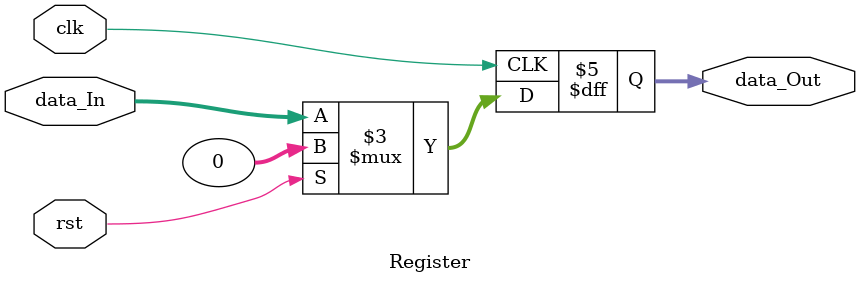
<source format=v>
module Register #(
	parameter DATA_WIDTH = 31
)
(
	input clk,
	input rst,
	input[DATA_WIDTH:0] data_In,
	output reg[DATA_WIDTH:0] data_Out
);


always @ (posedge clk) begin
	if(rst)
		data_Out <= 0;
	else
		data_Out <= data_In;
end

endmodule

</source>
